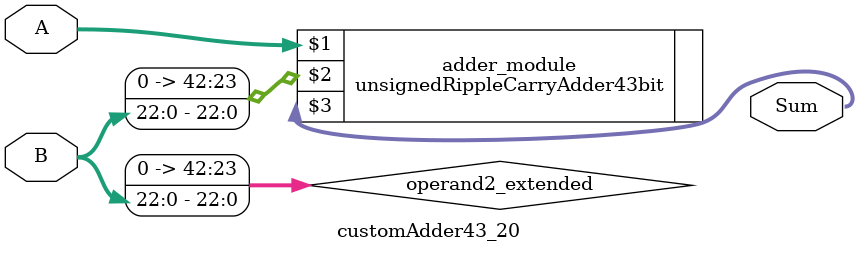
<source format=v>
module customAdder43_20(
                        input [42 : 0] A,
                        input [22 : 0] B,
                        
                        output [43 : 0] Sum
                );

        wire [42 : 0] operand2_extended;
        
        assign operand2_extended =  {20'b0, B};
        
        unsignedRippleCarryAdder43bit adder_module(
            A,
            operand2_extended,
            Sum
        );
        
        endmodule
        
</source>
